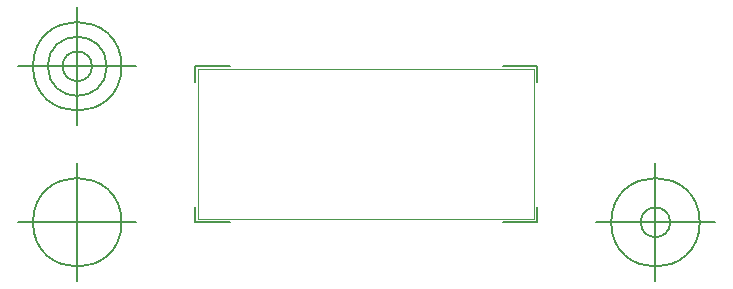
<source format=gbr>
G04 Generated by Ultiboard 14.0 *
%FSLAX34Y34*%
%MOMM*%

%ADD10C,0.0001*%
%ADD11C,0.0010*%
%ADD12C,0.1270*%


G04 ColorRGB 00FFFF for the following layer *
%LNBoard Outline*%
%LPD*%
G54D10*
G54D11*
X-10160Y876300D02*
X274320Y876300D01*
X274320Y1003300D01*
X-10160Y1003300D01*
X-10160Y876300D01*
G54D12*
X-12700Y873760D02*
X-12700Y886968D01*
X-12700Y873760D02*
X16256Y873760D01*
X276860Y873760D02*
X247904Y873760D01*
X276860Y873760D02*
X276860Y886968D01*
X276860Y1005840D02*
X276860Y992632D01*
X276860Y1005840D02*
X247904Y1005840D01*
X-12700Y1005840D02*
X16256Y1005840D01*
X-12700Y1005840D02*
X-12700Y992632D01*
X-62700Y873760D02*
X-162700Y873760D01*
X-112700Y823760D02*
X-112700Y923760D01*
X-150200Y873760D02*
G75*
D01*
G02X-150200Y873760I37500J0*
G01*
X326860Y873760D02*
X426860Y873760D01*
X376860Y823760D02*
X376860Y923760D01*
X339360Y873760D02*
G75*
D01*
G02X339360Y873760I37500J0*
G01*
X364360Y873760D02*
G75*
D01*
G02X364360Y873760I12500J0*
G01*
X-62700Y1005840D02*
X-162700Y1005840D01*
X-112700Y955840D02*
X-112700Y1055840D01*
X-150200Y1005840D02*
G75*
D01*
G02X-150200Y1005840I37500J0*
G01*
X-137700Y1005840D02*
G75*
D01*
G02X-137700Y1005840I25000J0*
G01*
X-125200Y1005840D02*
G75*
D01*
G02X-125200Y1005840I12500J0*
G01*

M02*

</source>
